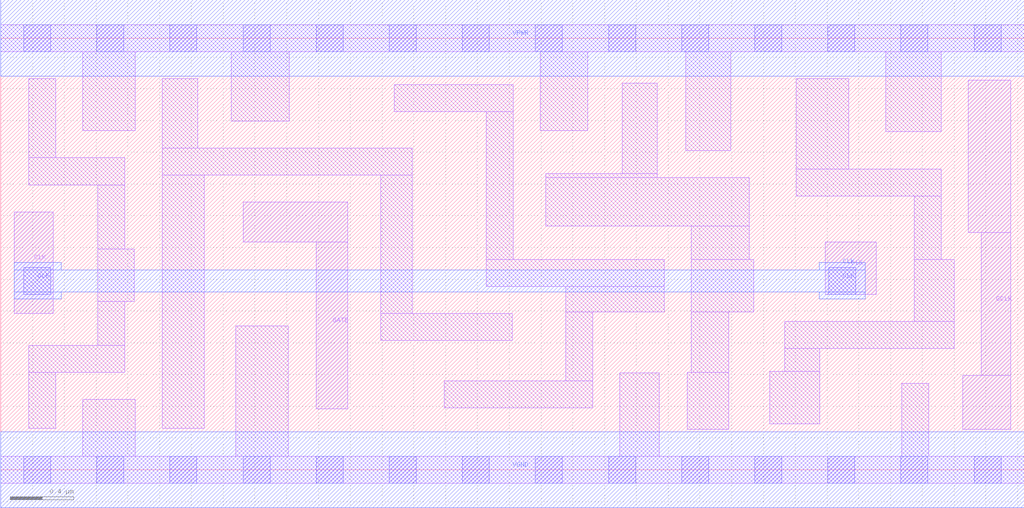
<source format=lef>
# Copyright 2020 The SkyWater PDK Authors
#
# Licensed under the Apache License, Version 2.0 (the "License");
# you may not use this file except in compliance with the License.
# You may obtain a copy of the License at
#
#     https://www.apache.org/licenses/LICENSE-2.0
#
# Unless required by applicable law or agreed to in writing, software
# distributed under the License is distributed on an "AS IS" BASIS,
# WITHOUT WARRANTIES OR CONDITIONS OF ANY KIND, either express or implied.
# See the License for the specific language governing permissions and
# limitations under the License.
#
# SPDX-License-Identifier: Apache-2.0

VERSION 5.7 ;
  NAMESCASESENSITIVE ON ;
  NOWIREEXTENSIONATPIN ON ;
  DIVIDERCHAR "/" ;
  BUSBITCHARS "[]" ;
UNITS
  DATABASE MICRONS 200 ;
END UNITS
MACRO sky130_fd_sc_hd__dlclkp_1
  CLASS CORE ;
  SOURCE USER ;
  FOREIGN sky130_fd_sc_hd__dlclkp_1 ;
  ORIGIN  0.000000  0.000000 ;
  SIZE  6.440000 BY  2.720000 ;
  SYMMETRY X Y R90 ;
  SITE unithd ;
  PIN GATE
    ANTENNAGATEAREA  0.159000 ;
    DIRECTION INPUT ;
    USE SIGNAL ;
    PORT
      LAYER li1 ;
        RECT 1.525000 1.435000 2.185000 1.685000 ;
        RECT 1.985000 0.385000 2.185000 1.435000 ;
    END
  END GATE
  PIN GCLK
    ANTENNADIFFAREA  0.429000 ;
    DIRECTION OUTPUT ;
    USE SIGNAL ;
    PORT
      LAYER li1 ;
        RECT 6.055000 0.255000 6.355000 0.595000 ;
        RECT 6.090000 1.495000 6.355000 2.455000 ;
        RECT 6.170000 0.595000 6.355000 1.495000 ;
    END
  END GCLK
  PIN CLK
    ANTENNAGATEAREA  0.318000 ;
    DIRECTION INPUT ;
    USE CLOCK ;
    PORT
      LAYER li1 ;
        RECT 0.085000 0.985000 0.330000 1.625000 ;
      LAYER mcon ;
        RECT 0.145000 1.105000 0.315000 1.275000 ;
    END
    PORT
      LAYER li1 ;
        RECT 5.190000 1.105000 5.510000 1.435000 ;
      LAYER mcon ;
        RECT 5.210000 1.105000 5.380000 1.275000 ;
    END
    PORT
      LAYER met1 ;
        RECT 0.085000 1.075000 0.380000 1.120000 ;
        RECT 0.085000 1.120000 5.440000 1.260000 ;
        RECT 0.085000 1.260000 0.380000 1.305000 ;
        RECT 5.150000 1.075000 5.440000 1.120000 ;
        RECT 5.150000 1.260000 5.440000 1.305000 ;
    END
  END CLK
  PIN VGND
    DIRECTION INOUT ;
    SHAPE ABUTMENT ;
    USE GROUND ;
    PORT
      LAYER met1 ;
        RECT 0.000000 -0.240000 6.440000 0.240000 ;
    END
  END VGND
  PIN VPWR
    DIRECTION INOUT ;
    SHAPE ABUTMENT ;
    USE POWER ;
    PORT
      LAYER met1 ;
        RECT 0.000000 2.480000 6.440000 2.960000 ;
    END
  END VPWR
  OBS
    LAYER li1 ;
      RECT 0.000000 -0.085000 6.440000 0.085000 ;
      RECT 0.000000  2.635000 6.440000 2.805000 ;
      RECT 0.175000  0.260000 0.345000 0.615000 ;
      RECT 0.175000  0.615000 0.780000 0.785000 ;
      RECT 0.175000  1.795000 0.780000 1.965000 ;
      RECT 0.175000  1.965000 0.345000 2.465000 ;
      RECT 0.515000  0.085000 0.845000 0.445000 ;
      RECT 0.515000  2.135000 0.845000 2.635000 ;
      RECT 0.610000  0.785000 0.780000 1.060000 ;
      RECT 0.610000  1.060000 0.840000 1.390000 ;
      RECT 0.610000  1.390000 0.780000 1.795000 ;
      RECT 1.015000  0.260000 1.280000 1.855000 ;
      RECT 1.015000  1.855000 2.590000 2.025000 ;
      RECT 1.015000  2.025000 1.240000 2.465000 ;
      RECT 1.450000  2.195000 1.815000 2.635000 ;
      RECT 1.480000  0.085000 1.810000 0.905000 ;
      RECT 2.390000  0.815000 3.220000 0.985000 ;
      RECT 2.390000  0.985000 2.590000 1.855000 ;
      RECT 2.475000  2.255000 3.225000 2.425000 ;
      RECT 2.790000  0.390000 3.725000 0.560000 ;
      RECT 3.055000  1.155000 4.175000 1.325000 ;
      RECT 3.055000  1.325000 3.225000 2.255000 ;
      RECT 3.395000  2.135000 3.695000 2.635000 ;
      RECT 3.430000  1.535000 4.710000 1.840000 ;
      RECT 3.430000  1.840000 4.130000 1.865000 ;
      RECT 3.555000  0.560000 3.725000 0.995000 ;
      RECT 3.555000  0.995000 4.175000 1.155000 ;
      RECT 3.895000  0.085000 4.145000 0.610000 ;
      RECT 3.910000  1.865000 4.130000 2.435000 ;
      RECT 4.310000  2.010000 4.595000 2.635000 ;
      RECT 4.320000  0.255000 4.580000 0.615000 ;
      RECT 4.345000  0.615000 4.580000 0.995000 ;
      RECT 4.345000  0.995000 4.740000 1.325000 ;
      RECT 4.345000  1.325000 4.710000 1.535000 ;
      RECT 4.840000  0.290000 5.155000 0.620000 ;
      RECT 4.935000  0.620000 5.155000 0.765000 ;
      RECT 4.935000  0.765000 6.000000 0.935000 ;
      RECT 5.005000  1.725000 5.920000 1.895000 ;
      RECT 5.005000  1.895000 5.335000 2.465000 ;
      RECT 5.570000  2.130000 5.920000 2.635000 ;
      RECT 5.670000  0.085000 5.840000 0.545000 ;
      RECT 5.750000  0.935000 6.000000 1.325000 ;
      RECT 5.750000  1.325000 5.920000 1.725000 ;
    LAYER mcon ;
      RECT 0.145000 -0.085000 0.315000 0.085000 ;
      RECT 0.145000  2.635000 0.315000 2.805000 ;
      RECT 0.605000 -0.085000 0.775000 0.085000 ;
      RECT 0.605000  2.635000 0.775000 2.805000 ;
      RECT 1.065000 -0.085000 1.235000 0.085000 ;
      RECT 1.065000  2.635000 1.235000 2.805000 ;
      RECT 1.525000 -0.085000 1.695000 0.085000 ;
      RECT 1.525000  2.635000 1.695000 2.805000 ;
      RECT 1.985000 -0.085000 2.155000 0.085000 ;
      RECT 1.985000  2.635000 2.155000 2.805000 ;
      RECT 2.445000 -0.085000 2.615000 0.085000 ;
      RECT 2.445000  2.635000 2.615000 2.805000 ;
      RECT 2.905000 -0.085000 3.075000 0.085000 ;
      RECT 2.905000  2.635000 3.075000 2.805000 ;
      RECT 3.365000 -0.085000 3.535000 0.085000 ;
      RECT 3.365000  2.635000 3.535000 2.805000 ;
      RECT 3.825000 -0.085000 3.995000 0.085000 ;
      RECT 3.825000  2.635000 3.995000 2.805000 ;
      RECT 4.285000 -0.085000 4.455000 0.085000 ;
      RECT 4.285000  2.635000 4.455000 2.805000 ;
      RECT 4.745000 -0.085000 4.915000 0.085000 ;
      RECT 4.745000  2.635000 4.915000 2.805000 ;
      RECT 5.205000 -0.085000 5.375000 0.085000 ;
      RECT 5.205000  2.635000 5.375000 2.805000 ;
      RECT 5.665000 -0.085000 5.835000 0.085000 ;
      RECT 5.665000  2.635000 5.835000 2.805000 ;
      RECT 6.125000 -0.085000 6.295000 0.085000 ;
      RECT 6.125000  2.635000 6.295000 2.805000 ;
  END
END sky130_fd_sc_hd__dlclkp_1
END LIBRARY

</source>
